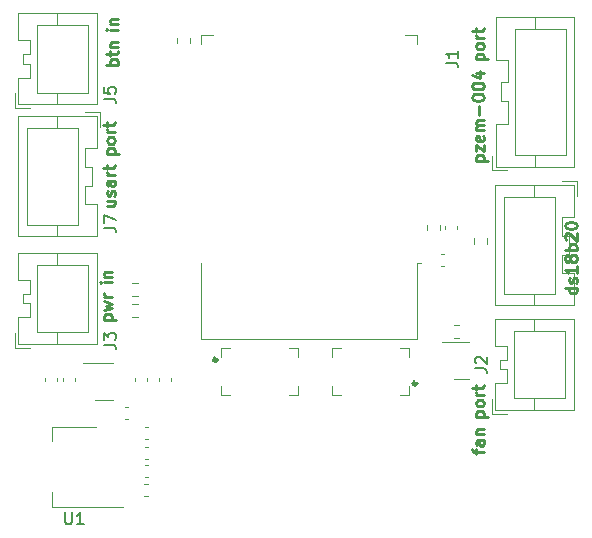
<source format=gbr>
%TF.GenerationSoftware,KiCad,Pcbnew,(7.0.0)*%
%TF.CreationDate,2023-12-20T20:41:28+01:00*%
%TF.ProjectId,board2,626f6172-6432-42e6-9b69-6361645f7063,rev?*%
%TF.SameCoordinates,Original*%
%TF.FileFunction,Legend,Top*%
%TF.FilePolarity,Positive*%
%FSLAX46Y46*%
G04 Gerber Fmt 4.6, Leading zero omitted, Abs format (unit mm)*
G04 Created by KiCad (PCBNEW (7.0.0)) date 2023-12-20 20:41:28*
%MOMM*%
%LPD*%
G01*
G04 APERTURE LIST*
%ADD10C,0.250000*%
%ADD11C,0.150000*%
%ADD12C,0.120000*%
%ADD13C,0.310000*%
G04 APERTURE END LIST*
D10*
X204601714Y-107457904D02*
X205601714Y-107457904D01*
X204649333Y-107457904D02*
X204601714Y-107362666D01*
X204601714Y-107362666D02*
X204601714Y-107172190D01*
X204601714Y-107172190D02*
X204649333Y-107076952D01*
X204649333Y-107076952D02*
X204696952Y-107029333D01*
X204696952Y-107029333D02*
X204792190Y-106981714D01*
X204792190Y-106981714D02*
X205077904Y-106981714D01*
X205077904Y-106981714D02*
X205173142Y-107029333D01*
X205173142Y-107029333D02*
X205220761Y-107076952D01*
X205220761Y-107076952D02*
X205268380Y-107172190D01*
X205268380Y-107172190D02*
X205268380Y-107362666D01*
X205268380Y-107362666D02*
X205220761Y-107457904D01*
X204601714Y-106648380D02*
X204601714Y-106124571D01*
X204601714Y-106124571D02*
X205268380Y-106648380D01*
X205268380Y-106648380D02*
X205268380Y-106124571D01*
X205220761Y-105362666D02*
X205268380Y-105457904D01*
X205268380Y-105457904D02*
X205268380Y-105648380D01*
X205268380Y-105648380D02*
X205220761Y-105743618D01*
X205220761Y-105743618D02*
X205125523Y-105791237D01*
X205125523Y-105791237D02*
X204744571Y-105791237D01*
X204744571Y-105791237D02*
X204649333Y-105743618D01*
X204649333Y-105743618D02*
X204601714Y-105648380D01*
X204601714Y-105648380D02*
X204601714Y-105457904D01*
X204601714Y-105457904D02*
X204649333Y-105362666D01*
X204649333Y-105362666D02*
X204744571Y-105315047D01*
X204744571Y-105315047D02*
X204839809Y-105315047D01*
X204839809Y-105315047D02*
X204935047Y-105791237D01*
X205268380Y-104886475D02*
X204601714Y-104886475D01*
X204696952Y-104886475D02*
X204649333Y-104838856D01*
X204649333Y-104838856D02*
X204601714Y-104743618D01*
X204601714Y-104743618D02*
X204601714Y-104600761D01*
X204601714Y-104600761D02*
X204649333Y-104505523D01*
X204649333Y-104505523D02*
X204744571Y-104457904D01*
X204744571Y-104457904D02*
X205268380Y-104457904D01*
X204744571Y-104457904D02*
X204649333Y-104410285D01*
X204649333Y-104410285D02*
X204601714Y-104315047D01*
X204601714Y-104315047D02*
X204601714Y-104172190D01*
X204601714Y-104172190D02*
X204649333Y-104076951D01*
X204649333Y-104076951D02*
X204744571Y-104029332D01*
X204744571Y-104029332D02*
X205268380Y-104029332D01*
X204887428Y-103553142D02*
X204887428Y-102791238D01*
X204268380Y-102124571D02*
X204268380Y-102029333D01*
X204268380Y-102029333D02*
X204316000Y-101934095D01*
X204316000Y-101934095D02*
X204363619Y-101886476D01*
X204363619Y-101886476D02*
X204458857Y-101838857D01*
X204458857Y-101838857D02*
X204649333Y-101791238D01*
X204649333Y-101791238D02*
X204887428Y-101791238D01*
X204887428Y-101791238D02*
X205077904Y-101838857D01*
X205077904Y-101838857D02*
X205173142Y-101886476D01*
X205173142Y-101886476D02*
X205220761Y-101934095D01*
X205220761Y-101934095D02*
X205268380Y-102029333D01*
X205268380Y-102029333D02*
X205268380Y-102124571D01*
X205268380Y-102124571D02*
X205220761Y-102219809D01*
X205220761Y-102219809D02*
X205173142Y-102267428D01*
X205173142Y-102267428D02*
X205077904Y-102315047D01*
X205077904Y-102315047D02*
X204887428Y-102362666D01*
X204887428Y-102362666D02*
X204649333Y-102362666D01*
X204649333Y-102362666D02*
X204458857Y-102315047D01*
X204458857Y-102315047D02*
X204363619Y-102267428D01*
X204363619Y-102267428D02*
X204316000Y-102219809D01*
X204316000Y-102219809D02*
X204268380Y-102124571D01*
X204268380Y-101172190D02*
X204268380Y-101076952D01*
X204268380Y-101076952D02*
X204316000Y-100981714D01*
X204316000Y-100981714D02*
X204363619Y-100934095D01*
X204363619Y-100934095D02*
X204458857Y-100886476D01*
X204458857Y-100886476D02*
X204649333Y-100838857D01*
X204649333Y-100838857D02*
X204887428Y-100838857D01*
X204887428Y-100838857D02*
X205077904Y-100886476D01*
X205077904Y-100886476D02*
X205173142Y-100934095D01*
X205173142Y-100934095D02*
X205220761Y-100981714D01*
X205220761Y-100981714D02*
X205268380Y-101076952D01*
X205268380Y-101076952D02*
X205268380Y-101172190D01*
X205268380Y-101172190D02*
X205220761Y-101267428D01*
X205220761Y-101267428D02*
X205173142Y-101315047D01*
X205173142Y-101315047D02*
X205077904Y-101362666D01*
X205077904Y-101362666D02*
X204887428Y-101410285D01*
X204887428Y-101410285D02*
X204649333Y-101410285D01*
X204649333Y-101410285D02*
X204458857Y-101362666D01*
X204458857Y-101362666D02*
X204363619Y-101315047D01*
X204363619Y-101315047D02*
X204316000Y-101267428D01*
X204316000Y-101267428D02*
X204268380Y-101172190D01*
X204601714Y-99981714D02*
X205268380Y-99981714D01*
X204220761Y-100219809D02*
X204935047Y-100457904D01*
X204935047Y-100457904D02*
X204935047Y-99838857D01*
X204601714Y-98857904D02*
X205601714Y-98857904D01*
X204649333Y-98857904D02*
X204601714Y-98762666D01*
X204601714Y-98762666D02*
X204601714Y-98572190D01*
X204601714Y-98572190D02*
X204649333Y-98476952D01*
X204649333Y-98476952D02*
X204696952Y-98429333D01*
X204696952Y-98429333D02*
X204792190Y-98381714D01*
X204792190Y-98381714D02*
X205077904Y-98381714D01*
X205077904Y-98381714D02*
X205173142Y-98429333D01*
X205173142Y-98429333D02*
X205220761Y-98476952D01*
X205220761Y-98476952D02*
X205268380Y-98572190D01*
X205268380Y-98572190D02*
X205268380Y-98762666D01*
X205268380Y-98762666D02*
X205220761Y-98857904D01*
X205268380Y-97810285D02*
X205220761Y-97905523D01*
X205220761Y-97905523D02*
X205173142Y-97953142D01*
X205173142Y-97953142D02*
X205077904Y-98000761D01*
X205077904Y-98000761D02*
X204792190Y-98000761D01*
X204792190Y-98000761D02*
X204696952Y-97953142D01*
X204696952Y-97953142D02*
X204649333Y-97905523D01*
X204649333Y-97905523D02*
X204601714Y-97810285D01*
X204601714Y-97810285D02*
X204601714Y-97667428D01*
X204601714Y-97667428D02*
X204649333Y-97572190D01*
X204649333Y-97572190D02*
X204696952Y-97524571D01*
X204696952Y-97524571D02*
X204792190Y-97476952D01*
X204792190Y-97476952D02*
X205077904Y-97476952D01*
X205077904Y-97476952D02*
X205173142Y-97524571D01*
X205173142Y-97524571D02*
X205220761Y-97572190D01*
X205220761Y-97572190D02*
X205268380Y-97667428D01*
X205268380Y-97667428D02*
X205268380Y-97810285D01*
X205268380Y-97048380D02*
X204601714Y-97048380D01*
X204792190Y-97048380D02*
X204696952Y-97000761D01*
X204696952Y-97000761D02*
X204649333Y-96953142D01*
X204649333Y-96953142D02*
X204601714Y-96857904D01*
X204601714Y-96857904D02*
X204601714Y-96762666D01*
X204601714Y-96572189D02*
X204601714Y-96191237D01*
X204268380Y-96429332D02*
X205125523Y-96429332D01*
X205125523Y-96429332D02*
X205220761Y-96381713D01*
X205220761Y-96381713D02*
X205268380Y-96286475D01*
X205268380Y-96286475D02*
X205268380Y-96191237D01*
X213142380Y-118205333D02*
X212142380Y-118205333D01*
X213094761Y-118205333D02*
X213142380Y-118300571D01*
X213142380Y-118300571D02*
X213142380Y-118491047D01*
X213142380Y-118491047D02*
X213094761Y-118586285D01*
X213094761Y-118586285D02*
X213047142Y-118633904D01*
X213047142Y-118633904D02*
X212951904Y-118681523D01*
X212951904Y-118681523D02*
X212666190Y-118681523D01*
X212666190Y-118681523D02*
X212570952Y-118633904D01*
X212570952Y-118633904D02*
X212523333Y-118586285D01*
X212523333Y-118586285D02*
X212475714Y-118491047D01*
X212475714Y-118491047D02*
X212475714Y-118300571D01*
X212475714Y-118300571D02*
X212523333Y-118205333D01*
X213094761Y-117776761D02*
X213142380Y-117681523D01*
X213142380Y-117681523D02*
X213142380Y-117491047D01*
X213142380Y-117491047D02*
X213094761Y-117395809D01*
X213094761Y-117395809D02*
X212999523Y-117348190D01*
X212999523Y-117348190D02*
X212951904Y-117348190D01*
X212951904Y-117348190D02*
X212856666Y-117395809D01*
X212856666Y-117395809D02*
X212809047Y-117491047D01*
X212809047Y-117491047D02*
X212809047Y-117633904D01*
X212809047Y-117633904D02*
X212761428Y-117729142D01*
X212761428Y-117729142D02*
X212666190Y-117776761D01*
X212666190Y-117776761D02*
X212618571Y-117776761D01*
X212618571Y-117776761D02*
X212523333Y-117729142D01*
X212523333Y-117729142D02*
X212475714Y-117633904D01*
X212475714Y-117633904D02*
X212475714Y-117491047D01*
X212475714Y-117491047D02*
X212523333Y-117395809D01*
X213142380Y-116395809D02*
X213142380Y-116967237D01*
X213142380Y-116681523D02*
X212142380Y-116681523D01*
X212142380Y-116681523D02*
X212285238Y-116776761D01*
X212285238Y-116776761D02*
X212380476Y-116871999D01*
X212380476Y-116871999D02*
X212428095Y-116967237D01*
X212570952Y-115824380D02*
X212523333Y-115919618D01*
X212523333Y-115919618D02*
X212475714Y-115967237D01*
X212475714Y-115967237D02*
X212380476Y-116014856D01*
X212380476Y-116014856D02*
X212332857Y-116014856D01*
X212332857Y-116014856D02*
X212237619Y-115967237D01*
X212237619Y-115967237D02*
X212190000Y-115919618D01*
X212190000Y-115919618D02*
X212142380Y-115824380D01*
X212142380Y-115824380D02*
X212142380Y-115633904D01*
X212142380Y-115633904D02*
X212190000Y-115538666D01*
X212190000Y-115538666D02*
X212237619Y-115491047D01*
X212237619Y-115491047D02*
X212332857Y-115443428D01*
X212332857Y-115443428D02*
X212380476Y-115443428D01*
X212380476Y-115443428D02*
X212475714Y-115491047D01*
X212475714Y-115491047D02*
X212523333Y-115538666D01*
X212523333Y-115538666D02*
X212570952Y-115633904D01*
X212570952Y-115633904D02*
X212570952Y-115824380D01*
X212570952Y-115824380D02*
X212618571Y-115919618D01*
X212618571Y-115919618D02*
X212666190Y-115967237D01*
X212666190Y-115967237D02*
X212761428Y-116014856D01*
X212761428Y-116014856D02*
X212951904Y-116014856D01*
X212951904Y-116014856D02*
X213047142Y-115967237D01*
X213047142Y-115967237D02*
X213094761Y-115919618D01*
X213094761Y-115919618D02*
X213142380Y-115824380D01*
X213142380Y-115824380D02*
X213142380Y-115633904D01*
X213142380Y-115633904D02*
X213094761Y-115538666D01*
X213094761Y-115538666D02*
X213047142Y-115491047D01*
X213047142Y-115491047D02*
X212951904Y-115443428D01*
X212951904Y-115443428D02*
X212761428Y-115443428D01*
X212761428Y-115443428D02*
X212666190Y-115491047D01*
X212666190Y-115491047D02*
X212618571Y-115538666D01*
X212618571Y-115538666D02*
X212570952Y-115633904D01*
X213142380Y-115014856D02*
X212142380Y-115014856D01*
X212523333Y-115014856D02*
X212475714Y-114919618D01*
X212475714Y-114919618D02*
X212475714Y-114729142D01*
X212475714Y-114729142D02*
X212523333Y-114633904D01*
X212523333Y-114633904D02*
X212570952Y-114586285D01*
X212570952Y-114586285D02*
X212666190Y-114538666D01*
X212666190Y-114538666D02*
X212951904Y-114538666D01*
X212951904Y-114538666D02*
X213047142Y-114586285D01*
X213047142Y-114586285D02*
X213094761Y-114633904D01*
X213094761Y-114633904D02*
X213142380Y-114729142D01*
X213142380Y-114729142D02*
X213142380Y-114919618D01*
X213142380Y-114919618D02*
X213094761Y-115014856D01*
X212237619Y-114157713D02*
X212190000Y-114110094D01*
X212190000Y-114110094D02*
X212142380Y-114014856D01*
X212142380Y-114014856D02*
X212142380Y-113776761D01*
X212142380Y-113776761D02*
X212190000Y-113681523D01*
X212190000Y-113681523D02*
X212237619Y-113633904D01*
X212237619Y-113633904D02*
X212332857Y-113586285D01*
X212332857Y-113586285D02*
X212428095Y-113586285D01*
X212428095Y-113586285D02*
X212570952Y-113633904D01*
X212570952Y-113633904D02*
X213142380Y-114205332D01*
X213142380Y-114205332D02*
X213142380Y-113586285D01*
X212142380Y-112967237D02*
X212142380Y-112871999D01*
X212142380Y-112871999D02*
X212190000Y-112776761D01*
X212190000Y-112776761D02*
X212237619Y-112729142D01*
X212237619Y-112729142D02*
X212332857Y-112681523D01*
X212332857Y-112681523D02*
X212523333Y-112633904D01*
X212523333Y-112633904D02*
X212761428Y-112633904D01*
X212761428Y-112633904D02*
X212951904Y-112681523D01*
X212951904Y-112681523D02*
X213047142Y-112729142D01*
X213047142Y-112729142D02*
X213094761Y-112776761D01*
X213094761Y-112776761D02*
X213142380Y-112871999D01*
X213142380Y-112871999D02*
X213142380Y-112967237D01*
X213142380Y-112967237D02*
X213094761Y-113062475D01*
X213094761Y-113062475D02*
X213047142Y-113110094D01*
X213047142Y-113110094D02*
X212951904Y-113157713D01*
X212951904Y-113157713D02*
X212761428Y-113205332D01*
X212761428Y-113205332D02*
X212523333Y-113205332D01*
X212523333Y-113205332D02*
X212332857Y-113157713D01*
X212332857Y-113157713D02*
X212237619Y-113110094D01*
X212237619Y-113110094D02*
X212190000Y-113062475D01*
X212190000Y-113062475D02*
X212142380Y-112967237D01*
X174280380Y-99329904D02*
X173280380Y-99329904D01*
X173661333Y-99329904D02*
X173613714Y-99234666D01*
X173613714Y-99234666D02*
X173613714Y-99044190D01*
X173613714Y-99044190D02*
X173661333Y-98948952D01*
X173661333Y-98948952D02*
X173708952Y-98901333D01*
X173708952Y-98901333D02*
X173804190Y-98853714D01*
X173804190Y-98853714D02*
X174089904Y-98853714D01*
X174089904Y-98853714D02*
X174185142Y-98901333D01*
X174185142Y-98901333D02*
X174232761Y-98948952D01*
X174232761Y-98948952D02*
X174280380Y-99044190D01*
X174280380Y-99044190D02*
X174280380Y-99234666D01*
X174280380Y-99234666D02*
X174232761Y-99329904D01*
X173613714Y-98567999D02*
X173613714Y-98187047D01*
X173280380Y-98425142D02*
X174137523Y-98425142D01*
X174137523Y-98425142D02*
X174232761Y-98377523D01*
X174232761Y-98377523D02*
X174280380Y-98282285D01*
X174280380Y-98282285D02*
X174280380Y-98187047D01*
X173613714Y-97853713D02*
X174280380Y-97853713D01*
X173708952Y-97853713D02*
X173661333Y-97806094D01*
X173661333Y-97806094D02*
X173613714Y-97710856D01*
X173613714Y-97710856D02*
X173613714Y-97567999D01*
X173613714Y-97567999D02*
X173661333Y-97472761D01*
X173661333Y-97472761D02*
X173756571Y-97425142D01*
X173756571Y-97425142D02*
X174280380Y-97425142D01*
X174280380Y-96348951D02*
X173613714Y-96348951D01*
X173280380Y-96348951D02*
X173328000Y-96396570D01*
X173328000Y-96396570D02*
X173375619Y-96348951D01*
X173375619Y-96348951D02*
X173328000Y-96301332D01*
X173328000Y-96301332D02*
X173280380Y-96348951D01*
X173280380Y-96348951D02*
X173375619Y-96348951D01*
X173613714Y-95872761D02*
X174280380Y-95872761D01*
X173708952Y-95872761D02*
X173661333Y-95825142D01*
X173661333Y-95825142D02*
X173613714Y-95729904D01*
X173613714Y-95729904D02*
X173613714Y-95587047D01*
X173613714Y-95587047D02*
X173661333Y-95491809D01*
X173661333Y-95491809D02*
X173756571Y-95444190D01*
X173756571Y-95444190D02*
X174280380Y-95444190D01*
X173359714Y-110839333D02*
X174026380Y-110839333D01*
X173359714Y-111267904D02*
X173883523Y-111267904D01*
X173883523Y-111267904D02*
X173978761Y-111220285D01*
X173978761Y-111220285D02*
X174026380Y-111125047D01*
X174026380Y-111125047D02*
X174026380Y-110982190D01*
X174026380Y-110982190D02*
X173978761Y-110886952D01*
X173978761Y-110886952D02*
X173931142Y-110839333D01*
X173978761Y-110410761D02*
X174026380Y-110315523D01*
X174026380Y-110315523D02*
X174026380Y-110125047D01*
X174026380Y-110125047D02*
X173978761Y-110029809D01*
X173978761Y-110029809D02*
X173883523Y-109982190D01*
X173883523Y-109982190D02*
X173835904Y-109982190D01*
X173835904Y-109982190D02*
X173740666Y-110029809D01*
X173740666Y-110029809D02*
X173693047Y-110125047D01*
X173693047Y-110125047D02*
X173693047Y-110267904D01*
X173693047Y-110267904D02*
X173645428Y-110363142D01*
X173645428Y-110363142D02*
X173550190Y-110410761D01*
X173550190Y-110410761D02*
X173502571Y-110410761D01*
X173502571Y-110410761D02*
X173407333Y-110363142D01*
X173407333Y-110363142D02*
X173359714Y-110267904D01*
X173359714Y-110267904D02*
X173359714Y-110125047D01*
X173359714Y-110125047D02*
X173407333Y-110029809D01*
X174026380Y-109125047D02*
X173502571Y-109125047D01*
X173502571Y-109125047D02*
X173407333Y-109172666D01*
X173407333Y-109172666D02*
X173359714Y-109267904D01*
X173359714Y-109267904D02*
X173359714Y-109458380D01*
X173359714Y-109458380D02*
X173407333Y-109553618D01*
X173978761Y-109125047D02*
X174026380Y-109220285D01*
X174026380Y-109220285D02*
X174026380Y-109458380D01*
X174026380Y-109458380D02*
X173978761Y-109553618D01*
X173978761Y-109553618D02*
X173883523Y-109601237D01*
X173883523Y-109601237D02*
X173788285Y-109601237D01*
X173788285Y-109601237D02*
X173693047Y-109553618D01*
X173693047Y-109553618D02*
X173645428Y-109458380D01*
X173645428Y-109458380D02*
X173645428Y-109220285D01*
X173645428Y-109220285D02*
X173597809Y-109125047D01*
X174026380Y-108648856D02*
X173359714Y-108648856D01*
X173550190Y-108648856D02*
X173454952Y-108601237D01*
X173454952Y-108601237D02*
X173407333Y-108553618D01*
X173407333Y-108553618D02*
X173359714Y-108458380D01*
X173359714Y-108458380D02*
X173359714Y-108363142D01*
X173359714Y-108172665D02*
X173359714Y-107791713D01*
X173026380Y-108029808D02*
X173883523Y-108029808D01*
X173883523Y-108029808D02*
X173978761Y-107982189D01*
X173978761Y-107982189D02*
X174026380Y-107886951D01*
X174026380Y-107886951D02*
X174026380Y-107791713D01*
X173359714Y-106858379D02*
X174359714Y-106858379D01*
X173407333Y-106858379D02*
X173359714Y-106763141D01*
X173359714Y-106763141D02*
X173359714Y-106572665D01*
X173359714Y-106572665D02*
X173407333Y-106477427D01*
X173407333Y-106477427D02*
X173454952Y-106429808D01*
X173454952Y-106429808D02*
X173550190Y-106382189D01*
X173550190Y-106382189D02*
X173835904Y-106382189D01*
X173835904Y-106382189D02*
X173931142Y-106429808D01*
X173931142Y-106429808D02*
X173978761Y-106477427D01*
X173978761Y-106477427D02*
X174026380Y-106572665D01*
X174026380Y-106572665D02*
X174026380Y-106763141D01*
X174026380Y-106763141D02*
X173978761Y-106858379D01*
X174026380Y-105810760D02*
X173978761Y-105905998D01*
X173978761Y-105905998D02*
X173931142Y-105953617D01*
X173931142Y-105953617D02*
X173835904Y-106001236D01*
X173835904Y-106001236D02*
X173550190Y-106001236D01*
X173550190Y-106001236D02*
X173454952Y-105953617D01*
X173454952Y-105953617D02*
X173407333Y-105905998D01*
X173407333Y-105905998D02*
X173359714Y-105810760D01*
X173359714Y-105810760D02*
X173359714Y-105667903D01*
X173359714Y-105667903D02*
X173407333Y-105572665D01*
X173407333Y-105572665D02*
X173454952Y-105525046D01*
X173454952Y-105525046D02*
X173550190Y-105477427D01*
X173550190Y-105477427D02*
X173835904Y-105477427D01*
X173835904Y-105477427D02*
X173931142Y-105525046D01*
X173931142Y-105525046D02*
X173978761Y-105572665D01*
X173978761Y-105572665D02*
X174026380Y-105667903D01*
X174026380Y-105667903D02*
X174026380Y-105810760D01*
X174026380Y-105048855D02*
X173359714Y-105048855D01*
X173550190Y-105048855D02*
X173454952Y-105001236D01*
X173454952Y-105001236D02*
X173407333Y-104953617D01*
X173407333Y-104953617D02*
X173359714Y-104858379D01*
X173359714Y-104858379D02*
X173359714Y-104763141D01*
X173359714Y-104572664D02*
X173359714Y-104191712D01*
X173026380Y-104429807D02*
X173883523Y-104429807D01*
X173883523Y-104429807D02*
X173978761Y-104382188D01*
X173978761Y-104382188D02*
X174026380Y-104286950D01*
X174026380Y-104286950D02*
X174026380Y-104191712D01*
X204601714Y-132238761D02*
X204601714Y-131857809D01*
X205268380Y-132095904D02*
X204411238Y-132095904D01*
X204411238Y-132095904D02*
X204316000Y-132048285D01*
X204316000Y-132048285D02*
X204268380Y-131953047D01*
X204268380Y-131953047D02*
X204268380Y-131857809D01*
X205268380Y-131095904D02*
X204744571Y-131095904D01*
X204744571Y-131095904D02*
X204649333Y-131143523D01*
X204649333Y-131143523D02*
X204601714Y-131238761D01*
X204601714Y-131238761D02*
X204601714Y-131429237D01*
X204601714Y-131429237D02*
X204649333Y-131524475D01*
X205220761Y-131095904D02*
X205268380Y-131191142D01*
X205268380Y-131191142D02*
X205268380Y-131429237D01*
X205268380Y-131429237D02*
X205220761Y-131524475D01*
X205220761Y-131524475D02*
X205125523Y-131572094D01*
X205125523Y-131572094D02*
X205030285Y-131572094D01*
X205030285Y-131572094D02*
X204935047Y-131524475D01*
X204935047Y-131524475D02*
X204887428Y-131429237D01*
X204887428Y-131429237D02*
X204887428Y-131191142D01*
X204887428Y-131191142D02*
X204839809Y-131095904D01*
X204601714Y-130619713D02*
X205268380Y-130619713D01*
X204696952Y-130619713D02*
X204649333Y-130572094D01*
X204649333Y-130572094D02*
X204601714Y-130476856D01*
X204601714Y-130476856D02*
X204601714Y-130333999D01*
X204601714Y-130333999D02*
X204649333Y-130238761D01*
X204649333Y-130238761D02*
X204744571Y-130191142D01*
X204744571Y-130191142D02*
X205268380Y-130191142D01*
X204601714Y-129114951D02*
X205601714Y-129114951D01*
X204649333Y-129114951D02*
X204601714Y-129019713D01*
X204601714Y-129019713D02*
X204601714Y-128829237D01*
X204601714Y-128829237D02*
X204649333Y-128733999D01*
X204649333Y-128733999D02*
X204696952Y-128686380D01*
X204696952Y-128686380D02*
X204792190Y-128638761D01*
X204792190Y-128638761D02*
X205077904Y-128638761D01*
X205077904Y-128638761D02*
X205173142Y-128686380D01*
X205173142Y-128686380D02*
X205220761Y-128733999D01*
X205220761Y-128733999D02*
X205268380Y-128829237D01*
X205268380Y-128829237D02*
X205268380Y-129019713D01*
X205268380Y-129019713D02*
X205220761Y-129114951D01*
X205268380Y-128067332D02*
X205220761Y-128162570D01*
X205220761Y-128162570D02*
X205173142Y-128210189D01*
X205173142Y-128210189D02*
X205077904Y-128257808D01*
X205077904Y-128257808D02*
X204792190Y-128257808D01*
X204792190Y-128257808D02*
X204696952Y-128210189D01*
X204696952Y-128210189D02*
X204649333Y-128162570D01*
X204649333Y-128162570D02*
X204601714Y-128067332D01*
X204601714Y-128067332D02*
X204601714Y-127924475D01*
X204601714Y-127924475D02*
X204649333Y-127829237D01*
X204649333Y-127829237D02*
X204696952Y-127781618D01*
X204696952Y-127781618D02*
X204792190Y-127733999D01*
X204792190Y-127733999D02*
X205077904Y-127733999D01*
X205077904Y-127733999D02*
X205173142Y-127781618D01*
X205173142Y-127781618D02*
X205220761Y-127829237D01*
X205220761Y-127829237D02*
X205268380Y-127924475D01*
X205268380Y-127924475D02*
X205268380Y-128067332D01*
X205268380Y-127305427D02*
X204601714Y-127305427D01*
X204792190Y-127305427D02*
X204696952Y-127257808D01*
X204696952Y-127257808D02*
X204649333Y-127210189D01*
X204649333Y-127210189D02*
X204601714Y-127114951D01*
X204601714Y-127114951D02*
X204601714Y-127019713D01*
X204601714Y-126829236D02*
X204601714Y-126448284D01*
X204268380Y-126686379D02*
X205125523Y-126686379D01*
X205125523Y-126686379D02*
X205220761Y-126638760D01*
X205220761Y-126638760D02*
X205268380Y-126543522D01*
X205268380Y-126543522D02*
X205268380Y-126448284D01*
X173105714Y-120919904D02*
X174105714Y-120919904D01*
X173153333Y-120919904D02*
X173105714Y-120824666D01*
X173105714Y-120824666D02*
X173105714Y-120634190D01*
X173105714Y-120634190D02*
X173153333Y-120538952D01*
X173153333Y-120538952D02*
X173200952Y-120491333D01*
X173200952Y-120491333D02*
X173296190Y-120443714D01*
X173296190Y-120443714D02*
X173581904Y-120443714D01*
X173581904Y-120443714D02*
X173677142Y-120491333D01*
X173677142Y-120491333D02*
X173724761Y-120538952D01*
X173724761Y-120538952D02*
X173772380Y-120634190D01*
X173772380Y-120634190D02*
X173772380Y-120824666D01*
X173772380Y-120824666D02*
X173724761Y-120919904D01*
X173105714Y-120110380D02*
X173772380Y-119919904D01*
X173772380Y-119919904D02*
X173296190Y-119729428D01*
X173296190Y-119729428D02*
X173772380Y-119538952D01*
X173772380Y-119538952D02*
X173105714Y-119348476D01*
X173772380Y-118967523D02*
X173105714Y-118967523D01*
X173296190Y-118967523D02*
X173200952Y-118919904D01*
X173200952Y-118919904D02*
X173153333Y-118872285D01*
X173153333Y-118872285D02*
X173105714Y-118777047D01*
X173105714Y-118777047D02*
X173105714Y-118681809D01*
X173772380Y-117748475D02*
X173105714Y-117748475D01*
X172772380Y-117748475D02*
X172820000Y-117796094D01*
X172820000Y-117796094D02*
X172867619Y-117748475D01*
X172867619Y-117748475D02*
X172820000Y-117700856D01*
X172820000Y-117700856D02*
X172772380Y-117748475D01*
X172772380Y-117748475D02*
X172867619Y-117748475D01*
X173105714Y-117272285D02*
X173772380Y-117272285D01*
X173200952Y-117272285D02*
X173153333Y-117224666D01*
X173153333Y-117224666D02*
X173105714Y-117129428D01*
X173105714Y-117129428D02*
X173105714Y-116986571D01*
X173105714Y-116986571D02*
X173153333Y-116891333D01*
X173153333Y-116891333D02*
X173248571Y-116843714D01*
X173248571Y-116843714D02*
X173772380Y-116843714D01*
D11*
%TO.C,J2*%
X204517380Y-125027333D02*
X205231666Y-125027333D01*
X205231666Y-125027333D02*
X205374523Y-125074952D01*
X205374523Y-125074952D02*
X205469761Y-125170190D01*
X205469761Y-125170190D02*
X205517380Y-125313047D01*
X205517380Y-125313047D02*
X205517380Y-125408285D01*
X204612619Y-124598761D02*
X204565000Y-124551142D01*
X204565000Y-124551142D02*
X204517380Y-124455904D01*
X204517380Y-124455904D02*
X204517380Y-124217809D01*
X204517380Y-124217809D02*
X204565000Y-124122571D01*
X204565000Y-124122571D02*
X204612619Y-124074952D01*
X204612619Y-124074952D02*
X204707857Y-124027333D01*
X204707857Y-124027333D02*
X204803095Y-124027333D01*
X204803095Y-124027333D02*
X204945952Y-124074952D01*
X204945952Y-124074952D02*
X205517380Y-124646380D01*
X205517380Y-124646380D02*
X205517380Y-124027333D01*
%TO.C,J3*%
X173103380Y-123015333D02*
X173817666Y-123015333D01*
X173817666Y-123015333D02*
X173960523Y-123062952D01*
X173960523Y-123062952D02*
X174055761Y-123158190D01*
X174055761Y-123158190D02*
X174103380Y-123301047D01*
X174103380Y-123301047D02*
X174103380Y-123396285D01*
X173103380Y-122634380D02*
X173103380Y-122015333D01*
X173103380Y-122015333D02*
X173484333Y-122348666D01*
X173484333Y-122348666D02*
X173484333Y-122205809D01*
X173484333Y-122205809D02*
X173531952Y-122110571D01*
X173531952Y-122110571D02*
X173579571Y-122062952D01*
X173579571Y-122062952D02*
X173674809Y-122015333D01*
X173674809Y-122015333D02*
X173912904Y-122015333D01*
X173912904Y-122015333D02*
X174008142Y-122062952D01*
X174008142Y-122062952D02*
X174055761Y-122110571D01*
X174055761Y-122110571D02*
X174103380Y-122205809D01*
X174103380Y-122205809D02*
X174103380Y-122491523D01*
X174103380Y-122491523D02*
X174055761Y-122586761D01*
X174055761Y-122586761D02*
X174008142Y-122634380D01*
%TO.C,J7*%
X173103380Y-113109333D02*
X173817666Y-113109333D01*
X173817666Y-113109333D02*
X173960523Y-113156952D01*
X173960523Y-113156952D02*
X174055761Y-113252190D01*
X174055761Y-113252190D02*
X174103380Y-113395047D01*
X174103380Y-113395047D02*
X174103380Y-113490285D01*
X173103380Y-112728380D02*
X173103380Y-112061714D01*
X173103380Y-112061714D02*
X174103380Y-112490285D01*
%TO.C,U1*%
X169824095Y-137231380D02*
X169824095Y-138040904D01*
X169824095Y-138040904D02*
X169871714Y-138136142D01*
X169871714Y-138136142D02*
X169919333Y-138183761D01*
X169919333Y-138183761D02*
X170014571Y-138231380D01*
X170014571Y-138231380D02*
X170205047Y-138231380D01*
X170205047Y-138231380D02*
X170300285Y-138183761D01*
X170300285Y-138183761D02*
X170347904Y-138136142D01*
X170347904Y-138136142D02*
X170395523Y-138040904D01*
X170395523Y-138040904D02*
X170395523Y-137231380D01*
X171395523Y-138231380D02*
X170824095Y-138231380D01*
X171109809Y-138231380D02*
X171109809Y-137231380D01*
X171109809Y-137231380D02*
X171014571Y-137374238D01*
X171014571Y-137374238D02*
X170919333Y-137469476D01*
X170919333Y-137469476D02*
X170824095Y-137517095D01*
%TO.C,J5*%
X173103380Y-102187333D02*
X173817666Y-102187333D01*
X173817666Y-102187333D02*
X173960523Y-102234952D01*
X173960523Y-102234952D02*
X174055761Y-102330190D01*
X174055761Y-102330190D02*
X174103380Y-102473047D01*
X174103380Y-102473047D02*
X174103380Y-102568285D01*
X173103380Y-101234952D02*
X173103380Y-101711142D01*
X173103380Y-101711142D02*
X173579571Y-101758761D01*
X173579571Y-101758761D02*
X173531952Y-101711142D01*
X173531952Y-101711142D02*
X173484333Y-101615904D01*
X173484333Y-101615904D02*
X173484333Y-101377809D01*
X173484333Y-101377809D02*
X173531952Y-101282571D01*
X173531952Y-101282571D02*
X173579571Y-101234952D01*
X173579571Y-101234952D02*
X173674809Y-101187333D01*
X173674809Y-101187333D02*
X173912904Y-101187333D01*
X173912904Y-101187333D02*
X174008142Y-101234952D01*
X174008142Y-101234952D02*
X174055761Y-101282571D01*
X174055761Y-101282571D02*
X174103380Y-101377809D01*
X174103380Y-101377809D02*
X174103380Y-101615904D01*
X174103380Y-101615904D02*
X174055761Y-101711142D01*
X174055761Y-101711142D02*
X174008142Y-101758761D01*
%TO.C,J1*%
X202059380Y-99139333D02*
X202773666Y-99139333D01*
X202773666Y-99139333D02*
X202916523Y-99186952D01*
X202916523Y-99186952D02*
X203011761Y-99282190D01*
X203011761Y-99282190D02*
X203059380Y-99425047D01*
X203059380Y-99425047D02*
X203059380Y-99520285D01*
X203059380Y-98139333D02*
X203059380Y-98710761D01*
X203059380Y-98425047D02*
X202059380Y-98425047D01*
X202059380Y-98425047D02*
X202202238Y-98520285D01*
X202202238Y-98520285D02*
X202297476Y-98615523D01*
X202297476Y-98615523D02*
X202345095Y-98710761D01*
D12*
%TO.C,C6*%
X175766000Y-126124580D02*
X175766000Y-125843420D01*
X176786000Y-126124580D02*
X176786000Y-125843420D01*
%TO.C,SW1*%
X198914000Y-127308000D02*
X198914000Y-126558000D01*
X198914000Y-127308000D02*
X198164000Y-127308000D01*
X198914000Y-123308000D02*
X198914000Y-124058000D01*
X198914000Y-123308000D02*
X198164000Y-123308000D01*
X192414000Y-127308000D02*
X193164000Y-127308000D01*
X192414000Y-127308000D02*
X192414000Y-126558000D01*
X192414000Y-123308000D02*
X193164000Y-123308000D01*
X192414000Y-123308000D02*
X192414000Y-124058000D01*
D13*
X199569000Y-126308000D02*
G75*
G03*
X199569000Y-126308000I-155000J0D01*
G01*
D12*
%TO.C,R39*%
X175467742Y-119619500D02*
X175942258Y-119619500D01*
X175467742Y-120664500D02*
X175942258Y-120664500D01*
%TO.C,C1*%
X176822580Y-134245500D02*
X176541420Y-134245500D01*
X176822580Y-133225500D02*
X176541420Y-133225500D01*
%TO.C,J2*%
X205940000Y-128854000D02*
X207190000Y-128854000D01*
X206240000Y-128554000D02*
X212860000Y-128554000D01*
X209550000Y-128554000D02*
X209550000Y-127544000D01*
X212860000Y-128554000D02*
X212860000Y-120834000D01*
X205940000Y-127604000D02*
X205940000Y-128854000D01*
X207850000Y-127544000D02*
X212150000Y-127544000D01*
X212150000Y-127544000D02*
X212150000Y-121844000D01*
X206240000Y-126294000D02*
X206240000Y-128554000D01*
X207240000Y-126294000D02*
X206240000Y-126294000D01*
X206640000Y-125094000D02*
X207240000Y-125094000D01*
X207240000Y-125094000D02*
X207240000Y-126294000D01*
X206640000Y-124294000D02*
X206640000Y-125094000D01*
X207240000Y-124294000D02*
X206640000Y-124294000D01*
X206240000Y-123094000D02*
X207240000Y-123094000D01*
X207240000Y-123094000D02*
X207240000Y-124294000D01*
X207850000Y-121844000D02*
X207850000Y-127544000D01*
X212150000Y-121844000D02*
X207850000Y-121844000D01*
X206240000Y-120834000D02*
X206240000Y-123094000D01*
X209550000Y-120834000D02*
X209550000Y-121844000D01*
X212860000Y-120834000D02*
X206240000Y-120834000D01*
%TO.C,Q1*%
X203375500Y-122834000D02*
X201700500Y-122834000D01*
X203375500Y-122834000D02*
X204025500Y-122834000D01*
X203375500Y-125954000D02*
X202725500Y-125954000D01*
X203375500Y-125954000D02*
X204025500Y-125954000D01*
%TO.C,C8*%
X177798000Y-126124580D02*
X177798000Y-125843420D01*
X178818000Y-126124580D02*
X178818000Y-125843420D01*
%TO.C,R38*%
X175942258Y-118886500D02*
X175467742Y-118886500D01*
X175942258Y-117841500D02*
X175467742Y-117841500D01*
%TO.C,C53*%
X201619420Y-115314000D02*
X201900580Y-115314000D01*
X201619420Y-116334000D02*
X201900580Y-116334000D01*
%TO.C,U19*%
X199590000Y-122504000D02*
X199590000Y-116089000D01*
X199590000Y-122504000D02*
X181350000Y-122504000D01*
X199590000Y-116089000D02*
X199970000Y-116089000D01*
X199590000Y-97544000D02*
X199590000Y-96764000D01*
X199590000Y-96764000D02*
X198590000Y-96764000D01*
X181350000Y-122504000D02*
X181350000Y-116089000D01*
X181350000Y-97544000D02*
X181350000Y-96764000D01*
X181350000Y-96764000D02*
X182350000Y-96764000D01*
%TO.C,SW3*%
X183016000Y-123308000D02*
X183016000Y-124058000D01*
X183016000Y-123308000D02*
X183766000Y-123308000D01*
X183016000Y-127308000D02*
X183016000Y-126558000D01*
X183016000Y-127308000D02*
X183766000Y-127308000D01*
X189516000Y-123308000D02*
X188766000Y-123308000D01*
X189516000Y-123308000D02*
X189516000Y-124058000D01*
X189516000Y-127308000D02*
X188766000Y-127308000D01*
X189516000Y-127308000D02*
X189516000Y-126558000D01*
D13*
X182671000Y-124308000D02*
G75*
G03*
X182671000Y-124308000I-155000J0D01*
G01*
D12*
%TO.C,C7*%
X176809580Y-135871100D02*
X176528420Y-135871100D01*
X176809580Y-134851100D02*
X176528420Y-134851100D01*
%TO.C,R86*%
X200475500Y-113353258D02*
X200475500Y-112878742D01*
X201520500Y-113353258D02*
X201520500Y-112878742D01*
%TO.C,J4*%
X213160000Y-109184000D02*
X211910000Y-109184000D01*
X212860000Y-109484000D02*
X206240000Y-109484000D01*
X209550000Y-109484000D02*
X209550000Y-110494000D01*
X206240000Y-109484000D02*
X206240000Y-119704000D01*
X213160000Y-110434000D02*
X213160000Y-109184000D01*
X211250000Y-110494000D02*
X206950000Y-110494000D01*
X206950000Y-110494000D02*
X206950000Y-118694000D01*
X212860000Y-112194000D02*
X212860000Y-109484000D01*
X211860000Y-112194000D02*
X212860000Y-112194000D01*
X212460000Y-113794000D02*
X211860000Y-113794000D01*
X211860000Y-113794000D02*
X211860000Y-112194000D01*
X212460000Y-115394000D02*
X212460000Y-113794000D01*
X211860000Y-115394000D02*
X212460000Y-115394000D01*
X212860000Y-116994000D02*
X211860000Y-116994000D01*
X211860000Y-116994000D02*
X211860000Y-115394000D01*
X211250000Y-118694000D02*
X211250000Y-110494000D01*
X206950000Y-118694000D02*
X211250000Y-118694000D01*
X212860000Y-119704000D02*
X212860000Y-116994000D01*
X209550000Y-119704000D02*
X209550000Y-118694000D01*
X206240000Y-119704000D02*
X212860000Y-119704000D01*
%TO.C,C4*%
X176835580Y-132670700D02*
X176554420Y-132670700D01*
X176835580Y-131650700D02*
X176554420Y-131650700D01*
%TO.C,C51*%
X175146580Y-129288000D02*
X174865420Y-129288000D01*
X175146580Y-128268000D02*
X174865420Y-128268000D01*
%TO.C,J3*%
X165554000Y-123266000D02*
X166804000Y-123266000D01*
X165854000Y-122966000D02*
X172474000Y-122966000D01*
X169164000Y-122966000D02*
X169164000Y-121956000D01*
X172474000Y-122966000D02*
X172474000Y-115246000D01*
X165554000Y-122016000D02*
X165554000Y-123266000D01*
X167464000Y-121956000D02*
X171764000Y-121956000D01*
X171764000Y-121956000D02*
X171764000Y-116256000D01*
X165854000Y-120706000D02*
X165854000Y-122966000D01*
X166854000Y-120706000D02*
X165854000Y-120706000D01*
X166254000Y-119506000D02*
X166854000Y-119506000D01*
X166854000Y-119506000D02*
X166854000Y-120706000D01*
X166254000Y-118706000D02*
X166254000Y-119506000D01*
X166854000Y-118706000D02*
X166254000Y-118706000D01*
X165854000Y-117506000D02*
X166854000Y-117506000D01*
X166854000Y-117506000D02*
X166854000Y-118706000D01*
X167464000Y-116256000D02*
X167464000Y-121956000D01*
X171764000Y-116256000D02*
X167464000Y-116256000D01*
X165854000Y-115246000D02*
X165854000Y-117506000D01*
X169164000Y-115246000D02*
X169164000Y-116256000D01*
X172474000Y-115246000D02*
X165854000Y-115246000D01*
%TO.C,J7*%
X172774000Y-103342000D02*
X171524000Y-103342000D01*
X172474000Y-103642000D02*
X165854000Y-103642000D01*
X169164000Y-103642000D02*
X169164000Y-104652000D01*
X165854000Y-103642000D02*
X165854000Y-113862000D01*
X172774000Y-104592000D02*
X172774000Y-103342000D01*
X170864000Y-104652000D02*
X166564000Y-104652000D01*
X166564000Y-104652000D02*
X166564000Y-112852000D01*
X172474000Y-106352000D02*
X172474000Y-103642000D01*
X171474000Y-106352000D02*
X172474000Y-106352000D01*
X172074000Y-107952000D02*
X171474000Y-107952000D01*
X171474000Y-107952000D02*
X171474000Y-106352000D01*
X172074000Y-109552000D02*
X172074000Y-107952000D01*
X171474000Y-109552000D02*
X172074000Y-109552000D01*
X172474000Y-111152000D02*
X171474000Y-111152000D01*
X171474000Y-111152000D02*
X171474000Y-109552000D01*
X170864000Y-112852000D02*
X170864000Y-104652000D01*
X166564000Y-112852000D02*
X170864000Y-112852000D01*
X172474000Y-113862000D02*
X172474000Y-111152000D01*
X169164000Y-113862000D02*
X169164000Y-112852000D01*
X165854000Y-113862000D02*
X172474000Y-113862000D01*
%TO.C,C3*%
X168146000Y-126124580D02*
X168146000Y-125843420D01*
X169166000Y-126124580D02*
X169166000Y-125843420D01*
%TO.C,U20*%
X173106500Y-124612000D02*
X171306500Y-124612000D01*
X173106500Y-124612000D02*
X173906500Y-124612000D01*
X173106500Y-127732000D02*
X172306500Y-127732000D01*
X173106500Y-127732000D02*
X173906500Y-127732000D01*
%TO.C,C2*%
X176822580Y-131045100D02*
X176541420Y-131045100D01*
X176822580Y-130025100D02*
X176541420Y-130025100D01*
%TO.C,R87*%
X180354500Y-97044742D02*
X180354500Y-97519258D01*
X179309500Y-97044742D02*
X179309500Y-97519258D01*
%TO.C,U1*%
X174686000Y-136774000D02*
X168676000Y-136774000D01*
X172436000Y-129954000D02*
X168676000Y-129954000D01*
X168676000Y-136774000D02*
X168676000Y-135514000D01*
X168676000Y-129954000D02*
X168676000Y-131214000D01*
%TO.C,C5*%
X169670000Y-126124580D02*
X169670000Y-125843420D01*
X170690000Y-126124580D02*
X170690000Y-125843420D01*
%TO.C,J5*%
X165554000Y-102986000D02*
X166804000Y-102986000D01*
X165854000Y-102686000D02*
X172474000Y-102686000D01*
X169164000Y-102686000D02*
X169164000Y-101676000D01*
X172474000Y-102686000D02*
X172474000Y-94966000D01*
X165554000Y-101736000D02*
X165554000Y-102986000D01*
X167464000Y-101676000D02*
X171764000Y-101676000D01*
X171764000Y-101676000D02*
X171764000Y-95976000D01*
X165854000Y-100426000D02*
X165854000Y-102686000D01*
X166854000Y-100426000D02*
X165854000Y-100426000D01*
X166254000Y-99226000D02*
X166854000Y-99226000D01*
X166854000Y-99226000D02*
X166854000Y-100426000D01*
X166254000Y-98426000D02*
X166254000Y-99226000D01*
X166854000Y-98426000D02*
X166254000Y-98426000D01*
X165854000Y-97226000D02*
X166854000Y-97226000D01*
X166854000Y-97226000D02*
X166854000Y-98426000D01*
X167464000Y-95976000D02*
X167464000Y-101676000D01*
X171764000Y-95976000D02*
X167464000Y-95976000D01*
X165854000Y-94966000D02*
X165854000Y-97226000D01*
X169164000Y-94966000D02*
X169164000Y-95976000D01*
X172474000Y-94966000D02*
X165854000Y-94966000D01*
%TO.C,R1*%
X203183258Y-122442500D02*
X202708742Y-122442500D01*
X203183258Y-121397500D02*
X202708742Y-121397500D01*
%TO.C,R2*%
X205500500Y-113999742D02*
X205500500Y-114474258D01*
X204455500Y-113999742D02*
X204455500Y-114474258D01*
%TO.C,C52*%
X203032000Y-112962420D02*
X203032000Y-113243580D01*
X202012000Y-112962420D02*
X202012000Y-113243580D01*
%TO.C,J1*%
X205990800Y-108269200D02*
X207240800Y-108269200D01*
X206290800Y-107969200D02*
X212910800Y-107969200D01*
X209600800Y-107969200D02*
X209600800Y-106959200D01*
X212910800Y-107969200D02*
X212910800Y-95249200D01*
X205990800Y-107019200D02*
X205990800Y-108269200D01*
X207900800Y-106959200D02*
X212200800Y-106959200D01*
X212200800Y-106959200D02*
X212200800Y-96259200D01*
X206290800Y-104309200D02*
X206290800Y-107969200D01*
X207290800Y-104309200D02*
X206290800Y-104309200D01*
X206690800Y-102409200D02*
X207290800Y-102409200D01*
X207290800Y-102409200D02*
X207290800Y-104309200D01*
X206690800Y-100809200D02*
X206690800Y-102409200D01*
X207290800Y-100809200D02*
X206690800Y-100809200D01*
X206290800Y-98909200D02*
X207290800Y-98909200D01*
X207290800Y-98909200D02*
X207290800Y-100809200D01*
X207900800Y-96259200D02*
X207900800Y-106959200D01*
X212200800Y-96259200D02*
X207900800Y-96259200D01*
X206290800Y-95249200D02*
X206290800Y-98909200D01*
X209600800Y-95249200D02*
X209600800Y-96259200D01*
X212910800Y-95249200D02*
X206290800Y-95249200D01*
%TD*%
M02*

</source>
